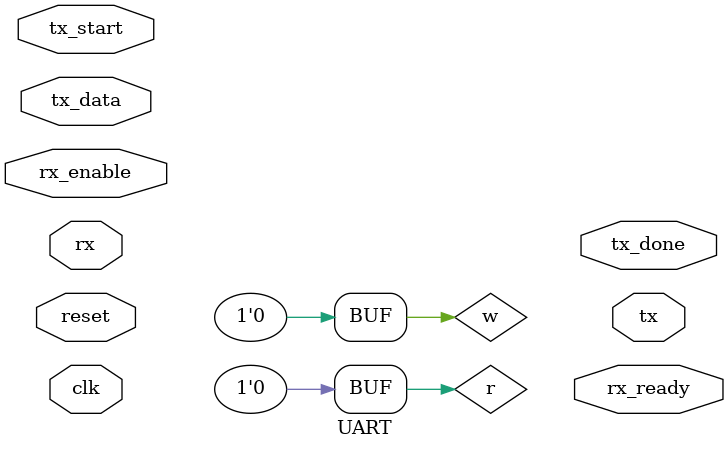
<source format=v>
`timescale 1ns/1ns

module UART(
    input clk, reset, tx_data, tx_start, rx_enable, rx,
    output tx, tx_done, rx_ready
);

reg r = 0;
wire w;

assign w = r;

endmodule


// module example(output wire out1, input clk, input in1);
//     reg r1;
//     always @(posedge clk) begin
//         r1 = in1;
//     end
//     assign out1 = r1;
// endmodule

// module example(output wire out1, input clk, input in1);
//     always @(posedge clk) begin
//         out1 <= in1;
//     end
// endmodule
</source>
